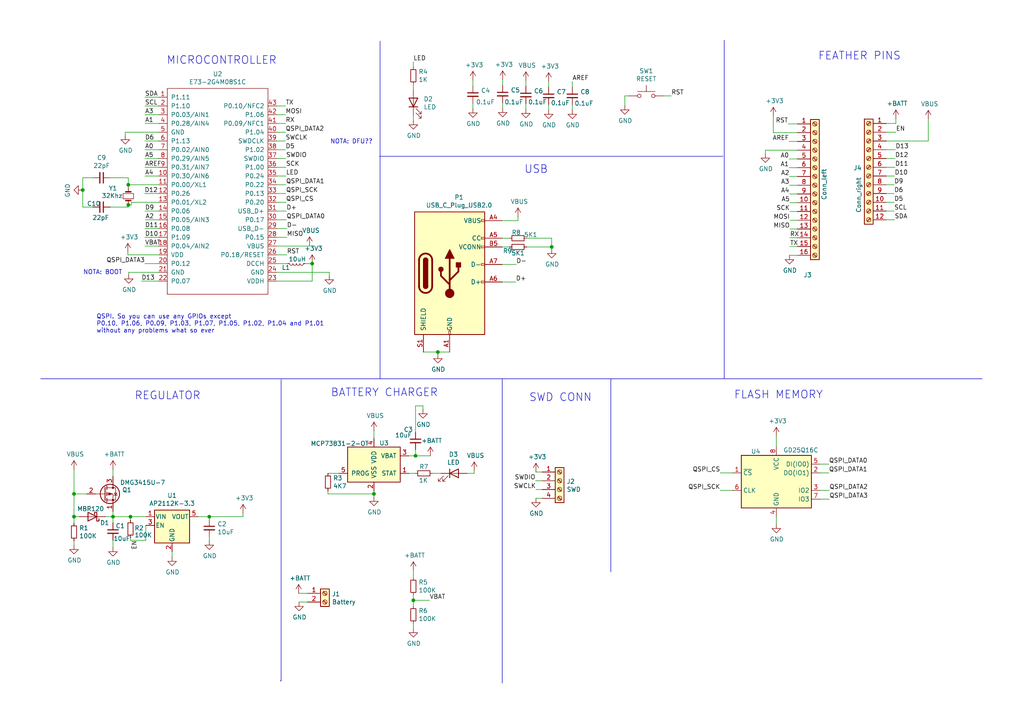
<source format=kicad_sch>
(kicad_sch (version 20230121) (generator eeschema)
  (paper "A4")
  (title_block (title "Bast BLE") (date "2020-01-15") (rev "0.1") (company "Electronic Cats") (comment 4 "Andres Sabas"))
  (lib_symbols
    (symbol "BastBLE-rescue:+3.3V-power" (power) (pin_names (offset 0))
      (property "Value" "+3.3V-power" (at 0 3.556 0))
      (symbol "+3.3V-power_1_1"
        (pin power_in line (at 0 0 90) (length 0) hide (name "+3V3") (number "1"))
      )
    )
    (symbol "BastBLE-rescue:AP2112K-3.3-Regulator_Linear" (pin_names (offset 0.254))
      (property "Reference" "U" (at -5.08 5.715 0))
      (property "Value" "Regulator_Linear_AP2112K-3.3" (at 0 5.715 0))
      (symbol "AP2112K-3.3-Regulator_Linear_1_1"
        (pin power_in line (at -7.62 2.54 0) (length 2.54) (name "VIN") (number "1"))
        (pin power_in line (at 0 -7.62 90) (length 2.54) (name "GND") (number "2"))
        (pin input line (at -7.62 0 0) (length 2.54) (name "EN") (number "3"))
        (pin no_connect line (at 7.62 0 180) (length 2.54) hide (name "NC") (number "4"))
        (pin power_out line (at 7.62 2.54 180) (length 2.54) (name "VOUT") (number "5"))
      )
    )
    (symbol "BastBLE-rescue:E73-2G4M08S1C-electroniccats-BastBLE-rescue" (pin_names (offset 1.016))
      (property "Reference" "U" (at 0 29.21 0))
      (property "Value" "E73-2G4M08S1C-electroniccats-BastBLE-rescue" (at 0 -27.94 0))
      (symbol "E73-2G4M08S1C-electroniccats-BastBLE-rescue_1_1"
        (pin input line (at -17.78 27.94 0) (length 2.54) (name "P1.11") (number "1"))
        (pin input line (at -17.78 5.08 0) (length 2.54) (name "P0.30/AIN6") (number "10"))
        (pin input line (at -17.78 2.54 0) (length 2.54) (name "P0.00/XL1") (number "11"))
        (pin input line (at -17.78 0 0) (length 2.54) (name "P0.26") (number "12"))
        (pin input line (at -17.78 -2.54 0) (length 2.54) (name "P0.01/XL2") (number "13"))
        (pin input line (at -17.78 -5.08 0) (length 2.54) (name "P0.06") (number "14"))
        (pin input line (at -17.78 -7.62 0) (length 2.54) (name "P0.05/AIN3") (number "15"))
        (pin input line (at -17.78 -10.16 0) (length 2.54) (name "P0.08") (number "16"))
        (pin input line (at -17.78 -12.7 0) (length 2.54) (name "P1.09") (number "17"))
        (pin input line (at -17.78 -15.24 0) (length 2.54) (name "P0.04/AIN2") (number "18"))
        (pin power_in line (at -17.78 -17.78 0) (length 2.54) (name "VDD") (number "19"))
        (pin input line (at -17.78 25.4 0) (length 2.54) (name "P1.10") (number "2"))
        (pin input line (at -17.78 -20.32 0) (length 2.54) (name "P0.12") (number "20"))
        (pin power_in line (at -17.78 -22.86 0) (length 2.54) (name "GND") (number "21"))
        (pin input line (at -17.78 -25.4 0) (length 2.54) (name "P0.07") (number "22"))
        (pin power_in line (at 16.51 -25.4 180) (length 2.54) (name "VDDH") (number "23"))
        (pin power_in line (at 16.51 -22.86 180) (length 2.54) (name "GND") (number "24"))
        (pin power_out line (at 16.51 -20.32 180) (length 2.54) (name "DCCH") (number "25"))
        (pin input line (at 16.51 -17.78 180) (length 2.54) (name "P0.18/RESET") (number "26"))
        (pin power_in line (at 16.51 -15.24 180) (length 2.54) (name "VBUS") (number "27"))
        (pin power_in line (at 16.51 -12.7 180) (length 2.54) (name "P0.15") (number "28"))
        (pin input line (at 16.51 -10.16 180) (length 2.54) (name "USB_D-") (number "29"))
        (pin input line (at -17.78 22.86 0) (length 2.54) (name "P0.03/AIN1") (number "3"))
        (pin input line (at 16.51 -7.62 180) (length 2.54) (name "P0.17") (number "30"))
        (pin input line (at 16.51 -5.08 180) (length 2.54) (name "USB_D+") (number "31"))
        (pin input line (at 16.51 -2.54 180) (length 2.54) (name "P0.20") (number "32"))
        (pin input line (at 16.51 0 180) (length 2.54) (name "P0.13") (number "33"))
        (pin input line (at 16.51 2.54 180) (length 2.54) (name "P0.22") (number "34"))
        (pin input line (at 16.51 5.08 180) (length 2.54) (name "P0.24") (number "35"))
        (pin input line (at 16.51 7.62 180) (length 2.54) (name "P1.00") (number "36"))
        (pin input line (at 16.51 10.16 180) (length 2.54) (name "SWDIO") (number "37"))
        (pin input line (at 16.51 12.7 180) (length 2.54) (name "P1.02") (number "38"))
        (pin input line (at 16.51 15.24 180) (length 2.54) (name "SWDCLK") (number "39"))
        (pin input line (at -17.78 20.32 0) (length 2.54) (name "P0.28/AIN4") (number "4"))
        (pin input line (at 16.51 17.78 180) (length 2.54) (name "P1.04") (number "40"))
        (pin input line (at 16.51 20.32 180) (length 2.54) (name "P0.09/NFC1") (number "41"))
        (pin input line (at 16.51 22.86 180) (length 2.54) (name "P1.06") (number "42"))
        (pin input line (at 16.51 25.4 180) (length 2.54) (name "P0.10/NFC2") (number "43"))
        (pin power_in line (at -17.78 17.78 0) (length 2.54) (name "GND") (number "5"))
        (pin input line (at -17.78 15.24 0) (length 2.54) (name "P1.13") (number "6"))
        (pin input line (at -17.78 12.7 0) (length 2.54) (name "P0.02/AIN0") (number "7"))
        (pin input line (at -17.78 10.16 0) (length 2.54) (name "P0.29/AIN5") (number "8"))
        (pin input line (at -17.78 7.62 0) (length 2.54) (name "P0.31/AIN7") (number "9"))
      )
    )
    (symbol "BastBLE-rescue:MCP73831-2-OT-Battery_Management" (pin_names (offset 1.016))
      (property "Reference" "U" (at -7.62 6.35 0))
      (property "Value" "Battery_Management_MCP73831-2-OT" (at 1.27 6.35 0))
      (symbol "MCP73831-2-OT-Battery_Management_1_1"
        (pin output line (at 10.16 -2.54 180) (length 2.54) (name "STAT") (number "1"))
        (pin power_in line (at 0 -7.62 90) (length 2.54) (name "VSS") (number "2"))
        (pin power_out line (at 10.16 2.54 180) (length 2.54) (name "VBAT") (number "3"))
        (pin power_in line (at 0 7.62 270) (length 2.54) (name "VDD") (number "4"))
        (pin input line (at -10.16 -2.54 0) (length 2.54) (name "PROG") (number "5"))
      )
    )
    (symbol "BastBLE-rescue:USB_C_Plug_USB2.0-Connector" (pin_names (offset 1.016))
      (property "Reference" "P" (at -10.16 19.05 0))
      (property "Value" "Connector_USB_C_Plug_USB2.0" (at 12.7 19.05 0))
      (symbol "USB_C_Plug_USB2.0-Connector_1_1"
        (pin power_in line (at 0 -22.86 90) (length 5.08) (name "GND") (number "A1"))
        (pin passive line (at 0 -22.86 90) (length 5.08) hide (name "GND") (number "A12"))
        (pin power_in line (at 15.24 15.24 180) (length 5.08) (name "VBUS") (number "A4"))
        (pin bidirectional line (at 15.24 10.16 180) (length 5.08) (name "CC") (number "A5"))
        (pin bidirectional line (at 15.24 -2.54 180) (length 5.08) (name "D+") (number "A6"))
        (pin bidirectional line (at 15.24 2.54 180) (length 5.08) (name "D-") (number "A7"))
        (pin passive line (at 15.24 15.24 180) (length 5.08) hide (name "VBUS") (number "A9"))
        (pin passive line (at 0 -22.86 90) (length 5.08) hide (name "GND") (number "B1"))
        (pin passive line (at 0 -22.86 90) (length 5.08) hide (name "GND") (number "B12"))
        (pin passive line (at 15.24 15.24 180) (length 5.08) hide (name "VBUS") (number "B4"))
        (pin bidirectional line (at 15.24 7.62 180) (length 5.08) (name "VCONN") (number "B5"))
        (pin passive line (at 15.24 15.24 180) (length 5.08) hide (name "VBUS") (number "B9"))
        (pin passive line (at -7.62 -22.86 90) (length 5.08) (name "SHIELD") (number "S1"))
      )
    )
    (symbol "BastBLE-rescue:W25Q32JVSS-Memory_Flash"
      (property "Reference" "U" (at -8.89 8.89 0))
      (property "Value" "Memory_Flash_W25Q32JVSS" (at 7.62 8.89 0))
      (symbol "W25Q32JVSS-Memory_Flash_1_1"
        (pin input line (at -12.7 2.54 0) (length 2.54) (name "~{CS}") (number "1"))
        (pin bidirectional line (at 12.7 2.54 180) (length 2.54) (name "DO(IO1)") (number "2"))
        (pin bidirectional line (at 12.7 -2.54 180) (length 2.54) (name "IO2") (number "3"))
        (pin power_in line (at 0 -10.16 90) (length 2.54) (name "GND") (number "4"))
        (pin bidirectional line (at 12.7 5.08 180) (length 2.54) (name "DI(IO0)") (number "5"))
        (pin input line (at -12.7 -2.54 0) (length 2.54) (name "CLK") (number "6"))
        (pin bidirectional line (at 12.7 -5.08 180) (length 2.54) (name "IO3") (number "7"))
        (pin power_in line (at 0 10.16 270) (length 2.54) (name "VCC") (number "8"))
      )
    )
    (symbol "Connector:Screw_Terminal_01x02" (pin_names (offset 1.016) hide)
      (property "Reference" "J" (at 0 2.54 0))
      (property "Value" "Screw_Terminal_01x02" (at 0 -5.08 0))
      (symbol "Screw_Terminal_01x02_1_1"
        (pin passive line (at -5.08 0 0) (length 3.81) (name "Pin_1") (number "1"))
        (pin passive line (at -5.08 -2.54 0) (length 3.81) (name "Pin_2") (number "2"))
      )
    )
    (symbol "Connector:Screw_Terminal_01x04" (pin_names (offset 1.016) hide)
      (property "Reference" "J" (at 0 5.08 0))
      (property "Value" "Screw_Terminal_01x04" (at 0 -7.62 0))
      (symbol "Screw_Terminal_01x04_1_1"
        (pin passive line (at -5.08 2.54 0) (length 3.81) (name "Pin_1") (number "1"))
        (pin passive line (at -5.08 0 0) (length 3.81) (name "Pin_2") (number "2"))
        (pin passive line (at -5.08 -2.54 0) (length 3.81) (name "Pin_3") (number "3"))
        (pin passive line (at -5.08 -5.08 0) (length 3.81) (name "Pin_4") (number "4"))
      )
    )
    (symbol "Connector:Screw_Terminal_01x12" (pin_names (offset 1.016) hide)
      (property "Reference" "J" (at 0 15.24 0))
      (property "Value" "Screw_Terminal_01x12" (at 0 -17.78 0))
      (symbol "Screw_Terminal_01x12_1_1"
        (pin passive line (at -5.08 12.7 0) (length 3.81) (name "Pin_1") (number "1"))
        (pin passive line (at -5.08 -10.16 0) (length 3.81) (name "Pin_10") (number "10"))
        (pin passive line (at -5.08 -12.7 0) (length 3.81) (name "Pin_11") (number "11"))
        (pin passive line (at -5.08 -15.24 0) (length 3.81) (name "Pin_12") (number "12"))
        (pin passive line (at -5.08 10.16 0) (length 3.81) (name "Pin_2") (number "2"))
        (pin passive line (at -5.08 7.62 0) (length 3.81) (name "Pin_3") (number "3"))
        (pin passive line (at -5.08 5.08 0) (length 3.81) (name "Pin_4") (number "4"))
        (pin passive line (at -5.08 2.54 0) (length 3.81) (name "Pin_5") (number "5"))
        (pin passive line (at -5.08 0 0) (length 3.81) (name "Pin_6") (number "6"))
        (pin passive line (at -5.08 -2.54 0) (length 3.81) (name "Pin_7") (number "7"))
        (pin passive line (at -5.08 -5.08 0) (length 3.81) (name "Pin_8") (number "8"))
        (pin passive line (at -5.08 -7.62 0) (length 3.81) (name "Pin_9") (number "9"))
      )
    )
    (symbol "Connector:Screw_Terminal_01x16" (pin_names (offset 1.016) hide)
      (property "Reference" "J" (at 0 20.32 0))
      (property "Value" "Screw_Terminal_01x16" (at 0 -22.86 0))
      (symbol "Screw_Terminal_01x16_1_1"
        (pin passive line (at -5.08 17.78 0) (length 3.81) (name "Pin_1") (number "1"))
        (pin passive line (at -5.08 -5.08 0) (length 3.81) (name "Pin_10") (number "10"))
        (pin passive line (at -5.08 -7.62 0) (length 3.81) (name "Pin_11") (number "11"))
        (pin passive line (at -5.08 -10.16 0) (length 3.81) (name "Pin_12") (number "12"))
        (pin passive line (at -5.08 -12.7 0) (length 3.81) (name "Pin_13") (number "13"))
        (pin passive line (at -5.08 -15.24 0) (length 3.81) (name "Pin_14") (number "14"))
        (pin passive line (at -5.08 -17.78 0) (length 3.81) (name "Pin_15") (number "15"))
        (pin passive line (at -5.08 -20.32 0) (length 3.81) (name "Pin_16") (number "16"))
        (pin passive line (at -5.08 15.24 0) (length 3.81) (name "Pin_2") (number "2"))
        (pin passive line (at -5.08 12.7 0) (length 3.81) (name "Pin_3") (number "3"))
        (pin passive line (at -5.08 10.16 0) (length 3.81) (name "Pin_4") (number "4"))
        (pin passive line (at -5.08 7.62 0) (length 3.81) (name "Pin_5") (number "5"))
        (pin passive line (at -5.08 5.08 0) (length 3.81) (name "Pin_6") (number "6"))
        (pin passive line (at -5.08 2.54 0) (length 3.81) (name "Pin_7") (number "7"))
        (pin passive line (at -5.08 0 0) (length 3.81) (name "Pin_8") (number "8"))
        (pin passive line (at -5.08 -2.54 0) (length 3.81) (name "Pin_9") (number "9"))
      )
    )
    (symbol "Device:C_Small" (pin_numbers hide) (pin_names (offset 0.254) hide)
      (property "Reference" "C" (at 0.254 1.778 0))
      (property "Value" "C_Small" (at 0.254 -2.032 0))
      (symbol "C_Small_1_1"
        (pin passive line (at 0 2.54 270) (length 2.032) (name "~") (number "1"))
        (pin passive line (at 0 -2.54 90) (length 2.032) (name "~") (number "2"))
      )
    )
    (symbol "Device:Crystal_Small" (pin_numbers hide) (pin_names (offset 1.016) hide)
      (property "Reference" "Y" (at 0 2.54 0))
      (property "Value" "Crystal_Small" (at 0 -2.54 0))
      (symbol "Crystal_Small_1_1"
        (pin passive line (at -2.54 0 0) (length 1.27) (name "1") (number "1"))
        (pin passive line (at 2.54 0 180) (length 1.27) (name "2") (number "2"))
      )
    )
    (symbol "Device:LED" (pin_numbers hide) (pin_names (offset 1.016) hide)
      (property "Reference" "D" (at 0 2.54 0))
      (property "Value" "LED" (at 0 -2.54 0))
      (symbol "LED_1_1"
        (pin passive line (at -3.81 0 0) (length 2.54) (name "K") (number "1"))
        (pin passive line (at 3.81 0 180) (length 2.54) (name "A") (number "2"))
      )
    )
    (symbol "Device:L_Small" (pin_numbers hide) (pin_names (offset 0.254) hide)
      (property "Reference" "L" (at 0.762 1.016 0))
      (property "Value" "L_Small" (at 0.762 -1.016 0))
      (symbol "L_Small_1_1"
        (pin passive line (at 0 2.54 270) (length 0.508) (name "~") (number "1"))
        (pin passive line (at 0 -2.54 90) (length 0.508) (name "~") (number "2"))
      )
    )
    (symbol "Device:Q_PMOS_SGD" (pin_names (offset 0) hide)
      (property "Reference" "Q" (at 5.08 1.27 0))
      (property "Value" "Q_PMOS_SGD" (at 5.08 -1.27 0))
      (symbol "Q_PMOS_SGD_1_1"
        (pin passive line (at 2.54 -5.08 90) (length 2.54) (name "S") (number "1"))
        (pin input line (at -5.08 0 0) (length 2.54) (name "G") (number "2"))
        (pin passive line (at 2.54 5.08 270) (length 2.54) (name "D") (number "3"))
      )
    )
    (symbol "Device:R_Small" (pin_numbers hide) (pin_names (offset 0.254) hide)
      (property "Reference" "R" (at 0.762 0.508 0))
      (property "Value" "R_Small" (at 0.762 -1.016 0))
      (symbol "R_Small_1_1"
        (pin passive line (at 0 2.54 270) (length 0.762) (name "~") (number "1"))
        (pin passive line (at 0 -2.54 90) (length 0.762) (name "~") (number "2"))
      )
    )
    (symbol "Diode:MBR340" (pin_numbers hide) (pin_names (offset 1.016) hide)
      (property "Reference" "D" (at 0 2.54 0))
      (property "Value" "MBR340" (at 0 -2.54 0))
      (symbol "MBR340_1_1"
        (pin passive line (at -3.81 0 0) (length 2.54) (name "K") (number "1"))
        (pin passive line (at 3.81 0 180) (length 2.54) (name "A") (number "2"))
      )
    )
    (symbol "Switch:SW_Push" (pin_numbers hide) (pin_names (offset 1.016) hide)
      (property "Reference" "SW" (at 1.27 2.54 0))
      (property "Value" "SW_Push" (at 0 -1.524 0))
      (symbol "SW_Push_0_1"
        (pin passive line (at -5.08 0 0) (length 2.54) (name "1") (number "1"))
        (pin passive line (at 5.08 0 180) (length 2.54) (name "2") (number "2"))
      )
    )
    (symbol "power:+3V3" (power) (pin_names (offset 0))
      (property "Value" "+3V3" (at 0 3.556 0))
      (symbol "+3V3_1_1"
        (pin power_in line (at 0 0 90) (length 0) hide (name "+3V3") (number "1"))
      )
    )
    (symbol "power:+BATT" (power) (pin_names (offset 0))
      (property "Value" "+BATT" (at 0 3.556 0))
      (symbol "+BATT_1_1"
        (pin power_in line (at 0 0 90) (length 0) hide (name "+BATT") (number "1"))
      )
    )
    (symbol "power:GND" (power) (pin_names (offset 0))
      (property "Value" "GND" (at 0 -3.81 0))
      (symbol "GND_1_1"
        (pin power_in line (at 0 0 270) (length 0) hide (name "GND") (number "1"))
      )
    )
    (symbol "power:VBUS" (power) (pin_names (offset 0))
      (property "Value" "VBUS" (at 0 3.81 0))
      (symbol "VBUS_1_1"
        (pin power_in line (at 0 0 90) (length 0) hide (name "VBUS") (number "1"))
      )
    )
  )
  (junction (at 120.523 132.207))
  (junction (at 32.766 149.86))
  (junction (at 60.706 149.86))
  (junction (at 127 102.108))
  (junction (at 37.211 59.436))
  (junction (at 108.458 143.256))
  (junction (at 160.02 71.628))
  (junction (at 24.003 55.118))
  (junction (at 37.846 149.86))
  (junction (at 90.551 76.454))
  (junction (at 21.463 143.256))
  (junction (at 119.888 174.117))
  (junction (at 37.211 53.594))
  (junction (at 21.463 149.86))
  (wire (pts (xy 145.796 29.845) (xy 145.796 31.369)))
  (wire (pts (xy 88.519 76.454) (xy 90.551 76.454)))
  (wire (pts (xy 127 102.108) (xy 127 102.743)))
  (wire (pts (xy 231.267 38.481) (xy 224.282 38.481)))
  (wire (pts (xy 49.911 160.02) (xy 49.911 161.544)))
  (wire (pts (xy 224.282 38.481) (xy 224.282 33.655)))
  (wire (pts (xy 119.888 174.117) (xy 119.888 172.593)))
  (polyline (pts (xy 145.669 109.982) (xy 145.669 198.12)))
  (wire (pts (xy 95.123 142.367) (xy 95.123 143.256)))
  (polyline (pts (xy 81.534 197.485) (xy 81.28 197.485)))
  (wire (pts (xy 45.974 45.974) (xy 42.037 45.974)))
  (wire (pts (xy 21.463 143.256) (xy 21.463 149.86)))
  (wire (pts (xy 80.264 61.214) (xy 83.058 61.214)))
  (wire (pts (xy 42.291 156.718) (xy 37.846 156.718)))
  (wire (pts (xy 181.229 27.813) (xy 181.229 30.607)))
  (wire (pts (xy 41.021 81.534) (xy 45.974 81.534)))
  (wire (pts (xy 231.267 63.881) (xy 229.108 63.881)))
  (wire (pts (xy 26.924 51.562) (xy 24.003 51.562)))
  (wire (pts (xy 152.781 69.088) (xy 160.02 69.088)))
  (wire (pts (xy 257.048 35.814) (xy 259.842 35.814)))
  (wire (pts (xy 80.264 73.914) (xy 83.185 73.914)))
  (wire (pts (xy 32.766 156.718) (xy 32.766 158.75)))
  (wire (pts (xy 221.996 43.561) (xy 231.267 43.561)))
  (wire (pts (xy 118.618 137.287) (xy 120.396 137.287)))
  (wire (pts (xy 145.669 64.008) (xy 150.241 64.008)))
  (wire (pts (xy 45.974 48.514) (xy 42.037 48.514)))
  (wire (pts (xy 45.974 71.374) (xy 42.037 71.374)))
  (wire (pts (xy 21.463 143.256) (xy 21.463 136.144)))
  (wire (pts (xy 152.527 30.099) (xy 152.527 31.623)))
  (wire (pts (xy 80.264 63.754) (xy 83.058 63.754)))
  (wire (pts (xy 45.974 76.454) (xy 42.037 76.454)))
  (polyline (pts (xy 210.058 109.601) (xy 209.931 109.601)))
  (wire (pts (xy 257.048 40.894) (xy 269.24 40.894)))
  (wire (pts (xy 119.888 24.511) (xy 119.888 25.908)))
  (wire (pts (xy 45.974 38.354) (xy 36.322 38.354)))
  (wire (pts (xy 45.974 28.194) (xy 42.037 28.194)))
  (wire (pts (xy 57.531 149.86) (xy 60.706 149.86)))
  (wire (pts (xy 257.048 63.754) (xy 259.461 63.754)))
  (wire (pts (xy 37.846 156.718) (xy 37.846 155.956)))
  (wire (pts (xy 37.846 150.876) (xy 37.846 149.86)))
  (wire (pts (xy 145.796 24.765) (xy 145.796 23.114)))
  (wire (pts (xy 37.211 53.594) (xy 37.211 54.356)))
  (wire (pts (xy 137.541 137.287) (xy 137.541 136.525)))
  (wire (pts (xy 60.706 150.622) (xy 60.706 149.86)))
  (wire (pts (xy 25.146 143.256) (xy 21.463 143.256)))
  (wire (pts (xy 257.048 48.514) (xy 259.588 48.514)))
  (wire (pts (xy 37.338 78.994) (xy 37.338 79.629)))
  (wire (pts (xy 24.003 55.118) (xy 24.003 60.071)))
  (wire (pts (xy 95.504 78.994) (xy 95.504 79.883)))
  (wire (pts (xy 80.264 51.054) (xy 82.931 51.054)))
  (wire (pts (xy 45.974 33.274) (xy 42.037 33.274)))
  (wire (pts (xy 257.048 51.054) (xy 259.461 51.054)))
  (wire (pts (xy 24.003 51.562) (xy 24.003 55.118)))
  (polyline (pts (xy 110.236 11.938) (xy 110.236 109.855)))
  (wire (pts (xy 231.267 41.021) (xy 228.854 41.021)))
  (wire (pts (xy 32.766 138.176) (xy 32.766 136.144)))
  (wire (pts (xy 45.974 43.434) (xy 42.037 43.434)))
  (wire (pts (xy 257.048 53.594) (xy 259.334 53.594)))
  (wire (pts (xy 80.264 35.814) (xy 82.804 35.814)))
  (wire (pts (xy 125.476 137.287) (xy 127.889 137.287)))
  (wire (pts (xy 122.682 117.729) (xy 122.682 118.745)))
  (wire (pts (xy 30.607 149.86) (xy 32.766 149.86)))
  (wire (pts (xy 135.509 137.287) (xy 137.541 137.287)))
  (wire (pts (xy 70.485 149.86) (xy 70.485 148.844)))
  (wire (pts (xy 157.226 139.446) (xy 155.321 139.446)))
  (wire (pts (xy 36.322 38.354) (xy 36.322 39.243)))
  (wire (pts (xy 157.226 136.906) (xy 155.448 136.906)))
  (wire (pts (xy 127 102.108) (xy 130.429 102.108)))
  (wire (pts (xy 60.706 155.702) (xy 60.706 156.845)))
  (wire (pts (xy 45.974 66.294) (xy 42.037 66.294)))
  (wire (pts (xy 80.264 45.974) (xy 82.931 45.974)))
  (wire (pts (xy 118.618 132.207) (xy 120.523 132.207)))
  (wire (pts (xy 257.048 43.434) (xy 259.715 43.434)))
  (wire (pts (xy 80.264 30.734) (xy 82.804 30.734)))
  (wire (pts (xy 108.458 127.127) (xy 108.458 124.968)))
  (wire (pts (xy 119.888 174.117) (xy 124.587 174.117)))
  (wire (pts (xy 120.523 130.429) (xy 120.523 132.207)))
  (wire (pts (xy 159.131 30.353) (xy 159.131 31.877)))
  (wire (pts (xy 37.211 53.594) (xy 45.974 53.594)))
  (wire (pts (xy 120.523 132.207) (xy 124.841 132.207)))
  (wire (pts (xy 257.048 45.974) (xy 259.588 45.974)))
  (wire (pts (xy 37.211 51.562) (xy 32.004 51.562)))
  (wire (pts (xy 22.987 149.86) (xy 21.463 149.86)))
  (wire (pts (xy 38.1 59.436) (xy 37.211 59.436)))
  (wire (pts (xy 90.551 81.534) (xy 80.264 81.534)))
  (wire (pts (xy 21.463 149.86) (xy 21.463 151.765)))
  (wire (pts (xy 237.871 134.62) (xy 240.411 134.62)))
  (wire (pts (xy 145.669 71.628) (xy 147.701 71.628)))
  (wire (pts (xy 80.264 43.434) (xy 82.804 43.434)))
  (wire (pts (xy 225.171 129.54) (xy 225.171 126.492)))
  (polyline (pts (xy 177.165 110.109) (xy 177.292 110.109)))
  (wire (pts (xy 37.211 53.594) (xy 37.211 51.562)))
  (wire (pts (xy 37.211 60.071) (xy 37.211 59.436)))
  (wire (pts (xy 137.16 29.972) (xy 137.16 31.496)))
  (wire (pts (xy 89.154 174.625) (xy 86.741 174.625)))
  (wire (pts (xy 137.16 24.892) (xy 137.16 23.241)))
  (wire (pts (xy 165.989 30.353) (xy 165.989 31.877)))
  (wire (pts (xy 89.154 172.085) (xy 86.614 172.085)))
  (polyline (pts (xy 210.058 11.684) (xy 210.058 109.601)))
  (wire (pts (xy 231.267 71.501) (xy 229.108 71.501)))
  (wire (pts (xy 90.551 76.454) (xy 90.551 81.534)))
  (wire (pts (xy 32.004 60.071) (xy 37.211 60.071)))
  (wire (pts (xy 221.996 43.561) (xy 221.996 44.577)))
  (wire (pts (xy 80.264 58.674) (xy 82.931 58.674)))
  (wire (pts (xy 231.267 51.181) (xy 228.981 51.181)))
  (wire (pts (xy 152.781 71.628) (xy 160.02 71.628)))
  (wire (pts (xy 231.267 53.721) (xy 228.981 53.721)))
  (wire (pts (xy 45.974 56.134) (xy 41.91 56.134)))
  (wire (pts (xy 98.298 137.287) (xy 95.123 137.287)))
  (wire (pts (xy 231.267 56.261) (xy 228.981 56.261)))
  (wire (pts (xy 80.264 71.374) (xy 89.789 71.374)))
  (wire (pts (xy 119.888 180.848) (xy 119.888 182.245)))
  (wire (pts (xy 32.766 148.336) (xy 32.766 149.86)))
  (wire (pts (xy 45.974 68.834) (xy 42.037 68.834)))
  (wire (pts (xy 80.264 38.354) (xy 82.804 38.354)))
  (wire (pts (xy 231.267 58.801) (xy 229.108 58.801)))
  (wire (pts (xy 257.048 38.354) (xy 259.842 38.354)))
  (wire (pts (xy 231.267 66.421) (xy 229.108 66.421)))
  (wire (pts (xy 108.458 143.256) (xy 108.458 144.145)))
  (wire (pts (xy 80.264 56.134) (xy 82.931 56.134)))
  (wire (pts (xy 259.842 35.814) (xy 259.842 34.417)))
  (wire (pts (xy 45.974 61.214) (xy 42.037 61.214)))
  (wire (pts (xy 42.291 152.4) (xy 42.291 156.718)))
  (wire (pts (xy 60.706 149.86) (xy 70.485 149.86)))
  (wire (pts (xy 45.974 30.734) (xy 42.037 30.734)))
  (wire (pts (xy 192.532 27.813) (xy 194.691 27.813)))
  (polyline (pts (xy 81.534 110.109) (xy 81.534 197.485)))
  (wire (pts (xy 80.264 66.294) (xy 83.185 66.294)))
  (wire (pts (xy 38.1 58.674) (xy 38.1 59.436)))
  (wire (pts (xy 45.974 51.054) (xy 42.037 51.054)))
  (wire (pts (xy 45.974 35.814) (xy 42.037 35.814)))
  (wire (pts (xy 231.267 74.041) (xy 228.981 74.041)))
  (wire (pts (xy 80.264 40.894) (xy 82.804 40.894)))
  (wire (pts (xy 152.527 25.019) (xy 152.527 23.368)))
  (wire (pts (xy 80.264 76.454) (xy 83.439 76.454)))
  (wire (pts (xy 160.02 69.088) (xy 160.02 71.628)))
  (wire (pts (xy 24.003 60.071) (xy 26.924 60.071)))
  (polyline (pts (xy 110.109 45.339) (xy 209.677 45.339)))
  (wire (pts (xy 150.241 64.008) (xy 150.241 62.865)))
  (wire (pts (xy 257.048 58.674) (xy 259.334 58.674)))
  (wire (pts (xy 122.809 102.108) (xy 127 102.108)))
  (wire (pts (xy 145.669 69.088) (xy 147.701 69.088)))
  (wire (pts (xy 80.264 48.514) (xy 82.931 48.514)))
  (wire (pts (xy 237.871 137.16) (xy 240.411 137.16)))
  (wire (pts (xy 42.291 149.86) (xy 37.846 149.86)))
  (wire (pts (xy 145.669 76.708) (xy 149.733 76.708)))
  (wire (pts (xy 160.02 71.628) (xy 160.02 72.263)))
  (wire (pts (xy 80.264 78.994) (xy 95.504 78.994)))
  (wire (pts (xy 32.766 151.638) (xy 32.766 149.86)))
  (wire (pts (xy 231.267 35.941) (xy 228.6 35.941)))
  (wire (pts (xy 89.789 71.374) (xy 89.789 71.247)))
  (wire (pts (xy 212.471 137.16) (xy 208.915 137.16)))
  (wire (pts (xy 165.989 25.273) (xy 165.989 23.622)))
  (polyline (pts (xy 177.165 165.862) (xy 177.165 110.109)))
  (wire (pts (xy 80.264 68.834) (xy 83.185 68.834)))
  (wire (pts (xy 269.24 40.894) (xy 269.24 34.544)))
  (wire (pts (xy 231.267 68.961) (xy 229.108 68.961)))
  (wire (pts (xy 95.123 143.256) (xy 108.458 143.256)))
  (wire (pts (xy 38.1 58.674) (xy 45.974 58.674)))
  (wire (pts (xy 119.888 33.528) (xy 119.888 34.925)))
  (wire (pts (xy 120.523 117.729) (xy 122.682 117.729)))
  (wire (pts (xy 182.372 27.813) (xy 181.229 27.813)))
  (wire (pts (xy 119.888 175.768) (xy 119.888 174.117)))
  (wire (pts (xy 157.226 141.986) (xy 155.448 141.986)))
  (wire (pts (xy 45.974 63.754) (xy 42.164 63.754)))
  (wire (pts (xy 45.974 40.894) (xy 42.037 40.894)))
  (wire (pts (xy 80.264 33.274) (xy 82.804 33.274)))
  (wire (pts (xy 37.084 73.914) (xy 37.084 73.152)))
  (wire (pts (xy 231.267 46.101) (xy 228.854 46.101)))
  (wire (pts (xy 119.888 167.513) (xy 119.888 165.481)))
  (wire (pts (xy 119.888 19.431) (xy 119.888 17.907)))
  (polyline (pts (xy 11.811 109.855) (xy 284.861 109.855)))
  (wire (pts (xy 237.871 144.78) (xy 240.538 144.78)))
  (wire (pts (xy 80.264 53.594) (xy 82.931 53.594)))
  (wire (pts (xy 120.523 125.349) (xy 120.523 117.729)))
  (wire (pts (xy 225.171 149.86) (xy 225.171 152.019)))
  (wire (pts (xy 145.669 81.788) (xy 149.606 81.788)))
  (wire (pts (xy 37.338 78.994) (xy 45.974 78.994)))
  (wire (pts (xy 37.084 73.914) (xy 45.974 73.914)))
  (wire (pts (xy 159.131 25.273) (xy 159.131 23.622)))
  (wire (pts (xy 21.463 156.845) (xy 21.463 158.115)))
  (wire (pts (xy 37.846 149.86) (xy 32.766 149.86)))
  (wire (pts (xy 157.226 144.526) (xy 155.448 144.526)))
  (wire (pts (xy 231.267 61.341) (xy 229.108 61.341)))
  (wire (pts (xy 237.871 142.24) (xy 240.538 142.24)))
  (wire (pts (xy 212.471 142.24) (xy 208.915 142.24)))
  (wire (pts (xy 231.267 48.641) (xy 228.854 48.641)))
  (wire (pts (xy 257.048 61.214) (xy 259.334 61.214)))
  (wire (pts (xy 108.458 142.367) (xy 108.458 143.256)))
  (wire (pts (xy 257.048 56.134) (xy 259.334 56.134)))
  (text "MICROCONTROLLER" (at 48.26 18.923 0) (effects (font (size 2.2606 2.2606)) (justify left bottom)))
  (text "FLASH MEMORY" (at 212.852 115.951 0) (effects (font (size 2.2606 2.2606)) (justify left bottom)))
  (text "FEATHER PINS" (at 237.236 17.653 0) (effects (font (size 2.2606 2.2606)) (justify left bottom)))
  (text "NOTA: BOOT" (at 24.1046 79.8322 0) (effects (font (size 1.27 1.27)) (justify left bottom)))
  (text "SWD CONN" (at 153.416 116.713 0) (effects (font (size 2.2606 2.2606)) (justify left bottom)))
  (text "USB" (at 152.019 50.546 0) (effects (font (size 2.2606 2.2606)) (justify left bottom)))
  (text "NOTA: DFU??" (at 95.758 41.91 0) (effects (font (size 1.27 1.27)) (justify left bottom)))
  (text "REGULATOR" (at 38.989 116.205 0) (effects (font (size 2.2606 2.2606)) (justify left bottom)))
  (text "BATTERY CHARGER" (at 95.885 115.316 0) (effects (font (size 2.2606 2.2606)) (justify left bottom)))
  (text "QSPI. So you can use any GPIOs except \nP0.10, P1.06, P0.09, P1.03, P1.07, P1.05, P1.02, P1.04 and P1.01 \nwithout any problems what so ever" (at 27.94 96.774 0) (effects (font (size 1.27 1.27)) (justify left bottom)))
  (label "A5" (at 229.108 58.801 180))
  (label "AREF" (at 165.989 23.622 0))
  (label "D13" (at 41.021 81.534 0))
  (label "D11" (at 259.588 48.514 0))
  (label "RST" (at 194.691 27.813 0))
  (label "SWDIO" (at 82.931 45.974 0))
  (label "SCL" (at 42.037 30.734 0))
  (label "QSPI_DATA2" (at 82.804 38.354 0))
  (label "D5" (at 82.804 43.434 0))
  (label "A1" (at 228.854 48.641 180))
  (label "D10" (at 42.037 68.834 0))
  (label "D+" (at 149.606 81.788 0))
  (label "AREF" (at 42.037 48.514 0))
  (label "A4" (at 228.981 56.261 180))
  (label "D9" (at 259.334 53.594 0))
  (label "QSPI_DATA1" (at 240.411 137.16 0))
  (label "SWCLK" (at 155.448 141.986 180))
  (label "LED" (at 119.888 17.907 0))
  (label "MOSI" (at 229.108 63.881 180))
  (label "D12" (at 259.588 45.974 0))
  (label "VBAT" (at 124.587 174.117 0))
  (label "QSPI_DATA2" (at 240.538 142.24 0))
  (label "QSPI_DATA0" (at 240.411 134.62 0))
  (label "VBAT" (at 42.037 71.374 0))
  (label "A0" (at 42.037 43.434 0))
  (label "D9" (at 42.037 61.214 0))
  (label "D10" (at 259.461 51.054 0))
  (label "RX" (at 229.108 68.961 0))
  (label "SWCLK" (at 82.804 40.894 0))
  (label "TX" (at 229.108 71.501 0))
  (label "A0" (at 228.854 46.101 180))
  (label "SWDIO" (at 155.321 139.446 180))
  (label "A3" (at 42.037 33.274 0))
  (label "SCK" (at 82.931 48.514 0))
  (label "RX" (at 82.804 35.814 0))
  (label "TX" (at 82.804 30.734 0))
  (label "QSPI_SCK" (at 82.931 56.134 0))
  (label "QSPI_DATA0" (at 83.058 63.754 0))
  (label "A2" (at 42.164 63.754 0))
  (label "A1" (at 42.037 35.814 0))
  (label "MISO" (at 229.108 66.421 180))
  (label "A2" (at 228.981 51.181 180))
  (label "SCK" (at 229.108 61.341 180))
  (label "D11" (at 42.037 66.294 0))
  (label "MOSI" (at 82.804 33.274 0))
  (label "QSPI_SCK" (at 208.915 142.24 180))
  (label "A4" (at 42.037 51.054 0))
  (label "D-" (at 149.733 76.708 0))
  (label "D13" (at 259.715 43.434 0))
  (label "QSPI_CS" (at 208.915 137.16 180))
  (label "A3" (at 228.981 53.721 180))
  (label "D12" (at 41.91 56.134 0))
  (label "D+" (at 83.058 61.214 0))
  (label "AREF" (at 228.854 41.021 180))
  (label "RST" (at 83.185 73.914 0))
  (label "EN" (at 259.842 38.354 0))
  (label "EN" (at 40.005 156.718 270))
  (label "QSPI_DATA3" (at 42.037 76.454 180))
  (label "D6" (at 259.334 56.134 0))
  (label "QSPI_DATA1" (at 82.931 53.594 0))
  (label "QSPI_DATA3" (at 240.538 144.78 0))
  (label "QSPI_CS" (at 82.931 58.674 0))
  (label "D5" (at 259.334 58.674 0))
  (label "A5" (at 42.037 45.974 0))
  (label "LED" (at 82.931 51.054 0))
  (label "D-" (at 83.185 66.294 0))
  (label "SDA" (at 259.461 63.754 0))
  (label "MISO" (at 83.185 68.834 0))
  (label "SDA" (at 42.037 28.194 0))
  (label "D6" (at 42.037 40.894 0))
  (label "SCL" (at 259.334 61.214 0))
  (label "RST" (at 228.6 35.941 180))
  (symbol (lib_id "BastBLE-rescue:E73-2G4M08S1C-electroniccats-BastBLE-rescue") (at 63.754 56.134 0) (unit 1)
    (property "Reference" "U2" (at 63.119 21.463 0))
    (property "Value" "E73-2G4M08S1C" (at 63.119 23.7744 0))
    (property "Footprint" "Rf:E73-2G4M08S1C-52840" (effects hide))
  )
  (symbol (lib_id "BastBLE-rescue:MCP73831-2-OT-Battery_Management") (at 108.458 134.747 0) (unit 1)
    (property "Reference" "U3" (at 111.379 128.524 0))
    (property "Value" "MCP73831-2-OT" (at 98.552 128.651 0))
    (property "Footprint" "Package_TO_SOT_SMD:SOT-23-5" (effects hide))
    (property "Datasheet" "http://ww1.microchip.com/downloads/en/DeviceDoc/20001984g.pdf" (effects hide))
  )
  (symbol (lib_id "BastBLE-rescue:AP2112K-3.3-Regulator_Linear") (at 49.911 152.4 0) (unit 1)
    (property "Reference" "U1" (at 49.911 143.7132 0))
    (property "Value" "AP2112K-3.3" (at 49.911 146.0246 0))
    (property "Footprint" "Package_TO_SOT_SMD:SOT-23-5" (effects hide))
    (property "Datasheet" "https://www.diodes.com/assets/Datasheets/AP2112.pdf" (effects hide))
  )
  (symbol (lib_id "Device:R_Small") (at 37.846 153.416 0) (unit 1)
    (property "Reference" "R2" (at 38.989 153.162 0) (effects (justify left)))
    (property "Value" "100K" (at 38.989 155.194 0) (effects (justify left)))
    (property "Footprint" "Resistor_SMD:R_0603_1608Metric_Pad1.05x0.95mm_HandSolder" (effects hide))
  )
  (symbol (lib_id "power:GND") (at 37.338 79.629 0) (unit 1)
    (property "Reference" "#PWR07" (effects hide))
    (property "Value" "GND" (at 37.465 84.0232 0))
  )
  (symbol (lib_id "power:GND") (at 36.322 39.243 0) (unit 1)
    (property "Reference" "#PWR05" (effects hide))
    (property "Value" "GND" (at 36.449 43.6372 0))
  )
  (symbol (lib_id "power:GND") (at 95.504 79.883 0) (unit 1)
    (property "Reference" "#PWR015" (effects hide))
    (property "Value" "GND" (at 95.631 84.2772 0))
  )
  (symbol (lib_id "power:+3V3") (at 37.084 73.152 0) (unit 1)
    (property "Reference" "#PWR06" (effects hide))
    (property "Value" "+3V3" (at 37.465 68.7578 0))
  )
  (symbol (lib_id "Device:Crystal_Small") (at 37.211 56.896 270) (unit 1)
    (property "Reference" "Y1" (at 31.496 54.61 90) (effects (justify left)))
    (property "Value" "32Khz" (at 29.464 56.769 90) (effects (justify left)))
    (property "Footprint" "Crystal:Crystal_SMD_3215-2Pin_3.2x1.5mm" (effects hide))
    (property "manf#" "LFXTAL009678Reel" (effects hide))
  )
  (symbol (lib_id "Connector:Screw_Terminal_01x04") (at 162.306 139.446 0) (unit 1)
    (property "Reference" "J2" (at 164.338 139.6492 0) (effects (justify left)))
    (property "Value" "SWD" (at 164.338 141.9606 0) (effects (justify left)))
    (property "Footprint" "Connector_PinSocket_2.54mm:PinSocket_1x04_P2.54mm_Vertical" (effects hide))
  )
  (symbol (lib_id "Device:R_Small") (at 21.463 154.305 0) (unit 1)
    (property "Reference" "R1" (at 22.9616 153.1366 0) (effects (justify left)))
    (property "Value" "100K" (at 22.9616 155.448 0) (effects (justify left)))
    (property "Footprint" "Resistor_SMD:R_0603_1608Metric_Pad1.05x0.95mm_HandSolder" (effects hide))
  )
  (symbol (lib_id "power:GND") (at 21.463 158.115 0) (unit 1)
    (property "Reference" "#PWR02" (effects hide))
    (property "Value" "GND" (at 21.59 162.5092 0))
  )
  (symbol (lib_id "Diode:MBR340") (at 26.797 149.86 180) (unit 1)
    (property "Reference" "D1" (at 30.353 151.638 0))
    (property "Value" "MBR120" (at 26.289 147.574 0))
    (property "Footprint" "Diode_SMD:D_SOD-123F" (effects hide))
    (property "Datasheet" "http://www.onsemi.com/pub_link/Collateral/MBR340-D.PDF" (effects hide))
  )
  (symbol (lib_id "power:+BATT") (at 32.766 136.144 0) (unit 1)
    (property "Reference" "#PWR03" (effects hide))
    (property "Value" "+BATT" (at 33.147 131.7498 0))
  )
  (symbol (lib_id "power:GND") (at 49.911 161.544 0) (unit 1)
    (property "Reference" "#PWR08" (effects hide))
    (property "Value" "GND" (at 50.038 165.9382 0))
  )
  (symbol (lib_id "power:GND") (at 155.448 144.526 0) (unit 1)
    (property "Reference" "#PWR029" (effects hide))
    (property "Value" "GND" (at 155.575 148.9202 0))
  )
  (symbol (lib_id "Device:C_Small") (at 32.766 154.178 0) (unit 1)
    (property "Reference" "C1" (at 33.528 152.527 0) (effects (justify left)))
    (property "Value" "10uF" (at 32.893 156.21 0) (effects (justify left)))
    (property "Footprint" "Capacitor_SMD:C_0603_1608Metric_Pad1.05x0.95mm_HandSolder" (effects hide))
  )
  (symbol (lib_id "BastBLE-rescue:+3.3V-power") (at 155.448 136.906 0) (unit 1)
    (property "Reference" "#PWR033" (effects hide))
    (property "Value" "+3.3V" (at 155.829 132.5118 0))
  )
  (symbol (lib_id "power:GND") (at 32.766 158.75 0) (unit 1)
    (property "Reference" "#PWR04" (effects hide))
    (property "Value" "GND" (at 32.893 163.1442 0))
  )
  (symbol (lib_id "Device:C_Small") (at 60.706 153.162 0) (unit 1)
    (property "Reference" "C2" (at 63.0428 151.9936 0) (effects (justify left)))
    (property "Value" "10uF" (at 63.0428 154.305 0) (effects (justify left)))
    (property "Footprint" "Capacitor_SMD:C_0603_1608Metric_Pad1.05x0.95mm_HandSolder" (effects hide))
  )
  (symbol (lib_id "power:GND") (at 60.706 156.845 0) (unit 1)
    (property "Reference" "#PWR09" (effects hide))
    (property "Value" "GND" (at 60.833 161.2392 0))
  )
  (symbol (lib_id "power:+3V3") (at 70.485 148.844 0) (unit 1)
    (property "Reference" "#PWR010" (effects hide))
    (property "Value" "+3V3" (at 70.866 144.4498 0))
  )
  (symbol (lib_id "power:GND") (at 108.458 144.145 0) (unit 1)
    (property "Reference" "#PWR017" (effects hide))
    (property "Value" "GND" (at 108.585 148.5392 0))
  )
  (symbol (lib_id "Device:LED") (at 131.699 137.287 0) (unit 1)
    (property "Reference" "D3" (at 131.5212 131.8006 0))
    (property "Value" "LED" (at 131.5212 134.112 0))
    (property "Footprint" "LED_SMD:LED_0805_2012Metric" (effects hide))
  )
  (symbol (lib_id "Device:R_Small") (at 122.936 137.287 270) (unit 1)
    (property "Reference" "R7" (at 122.936 135.382 90))
    (property "Value" "1K" (at 122.809 139.319 90))
    (property "Footprint" "Resistor_SMD:R_0603_1608Metric_Pad1.05x0.95mm_HandSolder" (effects hide))
  )
  (symbol (lib_id "power:+BATT") (at 124.841 132.207 0) (unit 1)
    (property "Reference" "#PWR022" (effects hide))
    (property "Value" "+BATT" (at 125.222 127.8128 0))
  )
  (symbol (lib_id "Device:R_Small") (at 95.123 139.827 0) (unit 1)
    (property "Reference" "R3" (at 96.6216 138.6586 0) (effects (justify left)))
    (property "Value" "4K7" (at 96.6216 140.97 0) (effects (justify left)))
    (property "Footprint" "Resistor_SMD:R_0603_1608Metric_Pad1.05x0.95mm_HandSolder" (effects hide))
  )
  (symbol (lib_id "Device:C_Small") (at 120.523 127.889 0) (unit 1)
    (property "Reference" "C3" (at 117.094 124.587 0) (effects (justify left)))
    (property "Value" "10uF" (at 114.554 126.238 0) (effects (justify left)))
    (property "Footprint" "Capacitor_SMD:C_0603_1608Metric_Pad1.05x0.95mm_HandSolder" (effects hide))
  )
  (symbol (lib_id "power:GND") (at 122.682 118.745 0) (unit 1)
    (property "Reference" "#PWR021" (effects hide))
    (property "Value" "GND" (at 122.809 123.1392 0))
  )
  (symbol (lib_id "Connector:Screw_Terminal_01x02") (at 94.234 172.085 0) (unit 1)
    (property "Reference" "J1" (at 96.266 172.2882 0) (effects (justify left)))
    (property "Value" "Battery" (at 96.266 174.5996 0) (effects (justify left)))
  )
  (symbol (lib_id "power:GND") (at 86.741 174.625 0) (unit 1)
    (property "Reference" "#PWR012" (effects hide))
    (property "Value" "GND" (at 86.868 179.0192 0))
  )
  (symbol (lib_id "power:+BATT") (at 86.614 172.085 0) (unit 1)
    (property "Reference" "#PWR011" (effects hide))
    (property "Value" "+BATT" (at 86.995 167.6908 0))
  )
  (symbol (lib_id "Device:R_Small") (at 119.888 21.971 0) (unit 1)
    (property "Reference" "R4" (at 121.3866 20.8026 0) (effects (justify left)))
    (property "Value" "1K" (at 121.3866 23.114 0) (effects (justify left)))
    (property "Footprint" "Resistor_SMD:R_0603_1608Metric_Pad1.05x0.95mm_HandSolder" (effects hide))
  )
  (symbol (lib_id "Device:LED") (at 119.888 29.718 90) (unit 1)
    (property "Reference" "D2" (at 122.8598 28.7274 90) (effects (justify right)))
    (property "Value" "LED" (at 122.8598 31.0388 90) (effects (justify right)))
    (property "Footprint" "LED_SMD:LED_0805_2012Metric" (effects hide))
  )
  (symbol (lib_id "power:GND") (at 119.888 34.925 0) (unit 1)
    (property "Reference" "#PWR018" (effects hide))
    (property "Value" "GND" (at 120.015 39.3192 0))
  )
  (symbol (lib_id "Device:L_Small") (at 85.979 76.454 270) (unit 1)
    (property "Reference" "L1" (at 82.931 77.597 90))
    (property "Value" "10uH" (at 86.233 75.184 90))
    (property "Footprint" "Inductor_SMD:L_0603_1608Metric_Pad1.05x0.95mm_HandSolder" (effects hide))
  )
  (symbol (lib_id "power:+3V3") (at 90.551 76.454 0) (unit 1)
    (property "Reference" "#PWR014" (effects hide))
    (property "Value" "+3V3" (at 90.932 72.0598 0))
  )
  (symbol (lib_id "Connector:Screw_Terminal_01x16") (at 236.347 53.721 0) (unit 1)
    (property "Reference" "J3" (at 234.2642 79.756 0))
    (property "Value" "Conn_left" (at 239.014 53.467 90))
    (property "Footprint" "Connector_PinHeader_2.54mm:PinHeader_1x16_P2.54mm_Vertical" (effects hide))
  )
  (symbol (lib_id "Connector:Screw_Terminal_01x12") (at 251.968 48.514 0) (mirror y) (unit 1)
    (property "Reference" "J4" (at 249.936 48.7172 0) (effects (justify left)))
    (property "Value" "Conn_right" (at 249.047 61.722 90) (effects (justify left)))
    (property "Footprint" "Connector_PinHeader_2.54mm:PinHeader_1x12_P2.54mm_Vertical" (effects hide))
  )
  (symbol (lib_id "power:+3V3") (at 224.282 33.655 0) (unit 1)
    (property "Reference" "#PWR040" (effects hide))
    (property "Value" "+3V3" (at 224.663 29.2608 0))
  )
  (symbol (lib_id "power:GND") (at 228.981 74.041 0) (unit 1)
    (property "Reference" "#PWR043" (effects hide))
    (property "Value" "GND" (at 229.108 78.4352 0))
  )
  (symbol (lib_id "power:+BATT") (at 259.842 34.417 0) (unit 1)
    (property "Reference" "#PWR044" (effects hide))
    (property "Value" "+BATT" (at 260.223 30.0228 0))
  )
  (symbol (lib_id "power:VBUS") (at 269.24 34.544 0) (unit 1)
    (property "Reference" "#PWR045" (effects hide))
    (property "Value" "VBUS" (at 269.621 30.1498 0))
  )
  (symbol (lib_id "power:VBUS") (at 89.789 71.247 0) (unit 1)
    (property "Reference" "#PWR013" (effects hide))
    (property "Value" "VBUS" (at 90.17 66.8528 0))
  )
  (symbol (lib_id "power:VBUS") (at 21.463 136.144 0) (unit 1)
    (property "Reference" "#PWR01" (effects hide))
    (property "Value" "VBUS" (at 21.844 131.7498 0))
  )
  (symbol (lib_id "power:GND") (at 221.996 44.577 0) (unit 1)
    (property "Reference" "#PWR039" (effects hide))
    (property "Value" "GND" (at 222.123 48.9712 0))
  )
  (symbol (lib_id "Device:Q_PMOS_SGD") (at 30.226 143.256 0) (unit 1)
    (property "Reference" "Q1" (at 35.4076 142.0876 0) (effects (justify left)))
    (property "Value" "DMG3415U-7" (at 34.798 139.954 0) (effects (justify left)))
    (property "Footprint" "Package_TO_SOT_SMD:SOT-23" (effects hide))
  )
  (symbol (lib_id "power:VBUS") (at 108.458 124.968 0) (unit 1)
    (property "Reference" "#PWR016" (effects hide))
    (property "Value" "VBUS" (at 108.839 120.5738 0))
  )
  (symbol (lib_id "power:VBUS") (at 137.541 136.525 0) (unit 1)
    (property "Reference" "#PWR026" (effects hide))
    (property "Value" "VBUS" (at 137.922 132.1308 0))
  )
  (symbol (lib_id "Device:R_Small") (at 119.888 170.053 0) (unit 1)
    (property "Reference" "R5" (at 121.3866 168.8846 0) (effects (justify left)))
    (property "Value" "100K" (at 121.3866 171.196 0) (effects (justify left)))
    (property "Footprint" "Resistor_SMD:R_0603_1608Metric_Pad1.05x0.95mm_HandSolder" (effects hide))
  )
  (symbol (lib_id "Device:R_Small") (at 119.888 178.308 0) (unit 1)
    (property "Reference" "R6" (at 121.3866 177.1396 0) (effects (justify left)))
    (property "Value" "100K" (at 121.3866 179.451 0) (effects (justify left)))
    (property "Footprint" "Resistor_SMD:R_0603_1608Metric_Pad1.05x0.95mm_HandSolder" (effects hide))
  )
  (symbol (lib_id "power:GND") (at 119.888 182.245 0) (unit 1)
    (property "Reference" "#PWR020" (effects hide))
    (property "Value" "GND" (at 120.015 186.6392 0))
  )
  (symbol (lib_id "power:+BATT") (at 119.888 165.481 0) (unit 1)
    (property "Reference" "#PWR019" (effects hide))
    (property "Value" "+BATT" (at 120.269 161.0868 0))
  )
  (symbol (lib_id "BastBLE-rescue:USB_C_Plug_USB2.0-Connector") (at 130.429 79.248 0) (unit 1)
    (property "Reference" "P1" (at 133.1468 57.2262 0))
    (property "Value" "USB_C_Plug_USB2.0" (at 133.1468 59.5376 0))
    (property "Footprint" "Connectors_ElectronicCats:C393939" (effects hide))
    (property "Datasheet" "https://www.usb.org/sites/default/files/documents/usb_type-c.zip" (effects hide))
  )
  (symbol (lib_id "BastBLE-rescue:W25Q32JVSS-Memory_Flash") (at 225.171 139.7 0) (unit 1)
    (property "Reference" "U4" (at 219.202 130.937 0))
    (property "Value" "GD25Q16C" (at 232.283 130.556 0))
    (property "Footprint" "Package_SO:SOIC-8_5.23x5.23mm_P1.27mm" (effects hide))
    (property "Datasheet" "http://www.elm-tech.com/en/products/spi-flash-memory/gd25q16/gd25q16.pdf" (effects hide))
  )
  (symbol (lib_id "Device:C_Small") (at 137.16 27.432 0) (unit 1)
    (property "Reference" "C4" (at 139.4968 26.2636 0) (effects (justify left)))
    (property "Value" "0.1uF" (at 138.049 29.591 0) (effects (justify left)))
    (property "Footprint" "Capacitor_SMD:C_0603_1608Metric_Pad1.05x0.95mm_HandSolder" (effects hide))
  )
  (symbol (lib_id "power:GND") (at 137.16 31.496 0) (unit 1)
    (property "Reference" "#PWR025" (effects hide))
    (property "Value" "GND" (at 137.287 35.8902 0))
  )
  (symbol (lib_id "power:+3V3") (at 137.16 23.241 0) (unit 1)
    (property "Reference" "#PWR024" (effects hide))
    (property "Value" "+3V3" (at 137.541 18.8468 0))
  )
  (symbol (lib_id "Device:C_Small") (at 145.796 27.305 0) (unit 1)
    (property "Reference" "C5" (at 148.1328 26.1366 0) (effects (justify left)))
    (property "Value" "0.1uF" (at 146.304 29.591 0) (effects (justify left)))
    (property "Footprint" "Capacitor_SMD:C_0603_1608Metric_Pad1.05x0.95mm_HandSolder" (effects hide))
  )
  (symbol (lib_id "power:GND") (at 145.796 31.369 0) (unit 1)
    (property "Reference" "#PWR028" (effects hide))
    (property "Value" "GND" (at 145.923 35.7632 0))
  )
  (symbol (lib_id "power:+3V3") (at 145.796 23.114 0) (unit 1)
    (property "Reference" "#PWR027" (effects hide))
    (property "Value" "+3V3" (at 146.177 18.7198 0))
  )
  (symbol (lib_id "Device:C_Small") (at 152.527 27.559 0) (unit 1)
    (property "Reference" "C6" (at 154.8638 26.3906 0) (effects (justify left)))
    (property "Value" "0.1uF" (at 153.162 29.591 0) (effects (justify left)))
    (property "Footprint" "Capacitor_SMD:C_0603_1608Metric_Pad1.05x0.95mm_HandSolder" (effects hide))
  )
  (symbol (lib_id "power:GND") (at 152.527 31.623 0) (unit 1)
    (property "Reference" "#PWR032" (effects hide))
    (property "Value" "GND" (at 152.654 36.0172 0))
  )
  (symbol (lib_id "Device:C_Small") (at 159.131 27.813 0) (unit 1)
    (property "Reference" "C7" (at 161.4678 26.6446 0) (effects (justify left)))
    (property "Value" "0.1uF" (at 159.766 29.845 0) (effects (justify left)))
    (property "Footprint" "Capacitor_SMD:C_0603_1608Metric_Pad1.05x0.95mm_HandSolder" (effects hide))
  )
  (symbol (lib_id "power:GND") (at 159.131 31.877 0) (unit 1)
    (property "Reference" "#PWR035" (effects hide))
    (property "Value" "GND" (at 159.258 36.2712 0))
  )
  (symbol (lib_id "power:+3V3") (at 159.131 23.622 0) (unit 1)
    (property "Reference" "#PWR034" (effects hide))
    (property "Value" "+3V3" (at 159.512 19.2278 0))
  )
  (symbol (lib_id "Device:C_Small") (at 165.989 27.813 0) (unit 1)
    (property "Reference" "C8" (at 168.3258 26.6446 0) (effects (justify left)))
    (property "Value" "0.1uF" (at 166.624 29.972 0) (effects (justify left)))
    (property "Footprint" "Capacitor_SMD:C_0603_1608Metric_Pad1.05x0.95mm_HandSolder" (effects hide))
  )
  (symbol (lib_id "power:GND") (at 165.989 31.877 0) (unit 1)
    (property "Reference" "#PWR037" (effects hide))
    (property "Value" "GND" (at 166.116 36.2712 0))
  )
  (symbol (lib_id "Switch:SW_Push") (at 187.452 27.813 0) (unit 1)
    (property "Reference" "SW1" (at 187.452 20.574 0))
    (property "Value" "RESET" (at 187.452 22.8854 0))
    (property "Footprint" "Button_Switch_SMD:SW_SPST_TL3342" (effects hide))
    (property "Datasheet" "TS-1185EC-C-D-B" (effects hide))
  )
  (symbol (lib_id "power:GND") (at 181.229 30.607 0) (unit 1)
    (property "Reference" "#PWR038" (effects hide))
    (property "Value" "GND" (at 181.356 35.0012 0))
  )
  (symbol (lib_id "power:GND") (at 127 102.743 0) (unit 1)
    (property "Reference" "#PWR023" (effects hide))
    (property "Value" "GND" (at 127.127 107.1372 0))
  )
  (symbol (lib_id "Device:R_Small") (at 150.241 69.088 270) (unit 1)
    (property "Reference" "R8" (at 149.733 67.437 90))
    (property "Value" "5K1" (at 153.924 68.072 90))
    (property "Footprint" "Resistor_SMD:R_0603_1608Metric_Pad1.05x0.95mm_HandSolder" (effects hide))
  )
  (symbol (lib_id "Device:R_Small") (at 150.241 71.628 270) (unit 1)
    (property "Reference" "R9" (at 147.193 72.771 90))
    (property "Value" "5K1" (at 150.241 73.406 90))
    (property "Footprint" "Resistor_SMD:R_0603_1608Metric_Pad1.05x0.95mm_HandSolder" (effects hide))
  )
  (symbol (lib_id "power:GND") (at 160.02 72.263 0) (unit 1)
    (property "Reference" "#PWR036" (effects hide))
    (property "Value" "GND" (at 160.147 76.6572 0))
  )
  (symbol (lib_id "power:VBUS") (at 150.241 62.865 0) (unit 1)
    (property "Reference" "#PWR030" (effects hide))
    (property "Value" "VBUS" (at 150.622 58.4708 0))
  )
  (symbol (lib_id "power:GND") (at 225.171 152.019 0) (unit 1)
    (property "Reference" "#PWR042" (effects hide))
    (property "Value" "GND" (at 225.298 156.4132 0))
  )
  (symbol (lib_id "power:+3V3") (at 225.171 126.492 0) (unit 1)
    (property "Reference" "#PWR041" (effects hide))
    (property "Value" "+3V3" (at 225.552 122.0978 0))
  )
  (symbol (lib_id "Device:C_Small") (at 29.464 60.071 270) (unit 1)
    (property "Reference" "C10" (at 27.178 59.055 90))
    (property "Value" "22pF" (at 29.21 63.119 90))
    (property "Footprint" "Capacitor_SMD:C_0603_1608Metric_Pad1.05x0.95mm_HandSolder" (effects hide))
  )
  (symbol (lib_id "Device:C_Small") (at 29.464 51.562 270) (unit 1)
    (property "Reference" "C9" (at 29.464 45.7454 90))
    (property "Value" "22pF" (at 29.464 48.0568 90))
    (property "Footprint" "Capacitor_SMD:C_0603_1608Metric_Pad1.05x0.95mm_HandSolder" (effects hide))
  )
  (symbol (lib_id "power:GND") (at 24.003 55.118 270) (unit 1)
    (property "Reference" "#PWR046" (effects hide))
    (property "Value" "GND" (at 19.6088 55.245 0))
  )
  (symbol (lib_id "power:VBUS") (at 152.527 23.368 0) (unit 1)
    (property "Reference" "#PWR0101" (effects hide))
    (property "Value" "VBUS" (at 152.908 18.9738 0))
  )
)
</source>
